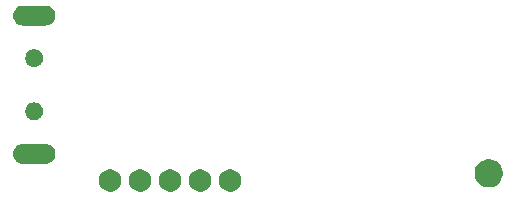
<source format=gbr>
G04 #@! TF.GenerationSoftware,KiCad,Pcbnew,(6.0.0-rc1-dev-479-g831c9b6f6-dirty)*
G04 #@! TF.CreationDate,2018-09-12T23:56:39+02:00*
G04 #@! TF.ProjectId,RapTorS,526170546F72532E6B696361645F7063,rev?*
G04 #@! TF.SameCoordinates,Original*
G04 #@! TF.FileFunction,Soldermask,Bot*
G04 #@! TF.FilePolarity,Negative*
%FSLAX46Y46*%
G04 Gerber Fmt 4.6, Leading zero omitted, Abs format (unit mm)*
G04 Created by KiCad (PCBNEW (6.0.0-rc1-dev-479-g831c9b6f6-dirty)) date 2018 September 12, Wednesday 23:56:39*
%MOMM*%
%LPD*%
G01*
G04 APERTURE LIST*
%ADD10C,0.100000*%
G04 APERTURE END LIST*
D10*
G36*
X158248651Y-107830527D02*
X158386305Y-107857908D01*
X158559194Y-107929521D01*
X158714790Y-108033487D01*
X158847113Y-108165810D01*
X158951079Y-108321406D01*
X159022692Y-108494295D01*
X159059200Y-108677833D01*
X159059200Y-108864967D01*
X159022692Y-109048505D01*
X158951079Y-109221394D01*
X158847113Y-109376990D01*
X158714790Y-109509313D01*
X158559194Y-109613279D01*
X158386305Y-109684892D01*
X158248651Y-109712273D01*
X158202768Y-109721400D01*
X158015632Y-109721400D01*
X157969749Y-109712273D01*
X157832095Y-109684892D01*
X157659206Y-109613279D01*
X157503610Y-109509313D01*
X157371287Y-109376990D01*
X157267321Y-109221394D01*
X157195708Y-109048505D01*
X157159200Y-108864967D01*
X157159200Y-108677833D01*
X157195708Y-108494295D01*
X157267321Y-108321406D01*
X157371287Y-108165810D01*
X157503610Y-108033487D01*
X157659206Y-107929521D01*
X157832095Y-107857908D01*
X157969749Y-107830527D01*
X158015632Y-107821400D01*
X158202768Y-107821400D01*
X158248651Y-107830527D01*
X158248651Y-107830527D01*
G37*
G36*
X155708651Y-107830527D02*
X155846305Y-107857908D01*
X156019194Y-107929521D01*
X156174790Y-108033487D01*
X156307113Y-108165810D01*
X156411079Y-108321406D01*
X156482692Y-108494295D01*
X156519200Y-108677833D01*
X156519200Y-108864967D01*
X156482692Y-109048505D01*
X156411079Y-109221394D01*
X156307113Y-109376990D01*
X156174790Y-109509313D01*
X156019194Y-109613279D01*
X155846305Y-109684892D01*
X155708651Y-109712273D01*
X155662768Y-109721400D01*
X155475632Y-109721400D01*
X155429749Y-109712273D01*
X155292095Y-109684892D01*
X155119206Y-109613279D01*
X154963610Y-109509313D01*
X154831287Y-109376990D01*
X154727321Y-109221394D01*
X154655708Y-109048505D01*
X154619200Y-108864967D01*
X154619200Y-108677833D01*
X154655708Y-108494295D01*
X154727321Y-108321406D01*
X154831287Y-108165810D01*
X154963610Y-108033487D01*
X155119206Y-107929521D01*
X155292095Y-107857908D01*
X155429749Y-107830527D01*
X155475632Y-107821400D01*
X155662768Y-107821400D01*
X155708651Y-107830527D01*
X155708651Y-107830527D01*
G37*
G36*
X153168651Y-107830527D02*
X153306305Y-107857908D01*
X153479194Y-107929521D01*
X153634790Y-108033487D01*
X153767113Y-108165810D01*
X153871079Y-108321406D01*
X153942692Y-108494295D01*
X153979200Y-108677833D01*
X153979200Y-108864967D01*
X153942692Y-109048505D01*
X153871079Y-109221394D01*
X153767113Y-109376990D01*
X153634790Y-109509313D01*
X153479194Y-109613279D01*
X153306305Y-109684892D01*
X153168651Y-109712273D01*
X153122768Y-109721400D01*
X152935632Y-109721400D01*
X152889749Y-109712273D01*
X152752095Y-109684892D01*
X152579206Y-109613279D01*
X152423610Y-109509313D01*
X152291287Y-109376990D01*
X152187321Y-109221394D01*
X152115708Y-109048505D01*
X152079200Y-108864967D01*
X152079200Y-108677833D01*
X152115708Y-108494295D01*
X152187321Y-108321406D01*
X152291287Y-108165810D01*
X152423610Y-108033487D01*
X152579206Y-107929521D01*
X152752095Y-107857908D01*
X152889749Y-107830527D01*
X152935632Y-107821400D01*
X153122768Y-107821400D01*
X153168651Y-107830527D01*
X153168651Y-107830527D01*
G37*
G36*
X150628651Y-107830527D02*
X150766305Y-107857908D01*
X150939194Y-107929521D01*
X151094790Y-108033487D01*
X151227113Y-108165810D01*
X151331079Y-108321406D01*
X151402692Y-108494295D01*
X151439200Y-108677833D01*
X151439200Y-108864967D01*
X151402692Y-109048505D01*
X151331079Y-109221394D01*
X151227113Y-109376990D01*
X151094790Y-109509313D01*
X150939194Y-109613279D01*
X150766305Y-109684892D01*
X150628651Y-109712273D01*
X150582768Y-109721400D01*
X150395632Y-109721400D01*
X150349749Y-109712273D01*
X150212095Y-109684892D01*
X150039206Y-109613279D01*
X149883610Y-109509313D01*
X149751287Y-109376990D01*
X149647321Y-109221394D01*
X149575708Y-109048505D01*
X149539200Y-108864967D01*
X149539200Y-108677833D01*
X149575708Y-108494295D01*
X149647321Y-108321406D01*
X149751287Y-108165810D01*
X149883610Y-108033487D01*
X150039206Y-107929521D01*
X150212095Y-107857908D01*
X150349749Y-107830527D01*
X150395632Y-107821400D01*
X150582768Y-107821400D01*
X150628651Y-107830527D01*
X150628651Y-107830527D01*
G37*
G36*
X148088651Y-107830527D02*
X148226305Y-107857908D01*
X148399194Y-107929521D01*
X148554790Y-108033487D01*
X148687113Y-108165810D01*
X148791079Y-108321406D01*
X148862692Y-108494295D01*
X148899200Y-108677833D01*
X148899200Y-108864967D01*
X148862692Y-109048505D01*
X148791079Y-109221394D01*
X148687113Y-109376990D01*
X148554790Y-109509313D01*
X148399194Y-109613279D01*
X148226305Y-109684892D01*
X148088651Y-109712273D01*
X148042768Y-109721400D01*
X147855632Y-109721400D01*
X147809749Y-109712273D01*
X147672095Y-109684892D01*
X147499206Y-109613279D01*
X147343610Y-109509313D01*
X147211287Y-109376990D01*
X147107321Y-109221394D01*
X147035708Y-109048505D01*
X146999200Y-108864967D01*
X146999200Y-108677833D01*
X147035708Y-108494295D01*
X147107321Y-108321406D01*
X147211287Y-108165810D01*
X147343610Y-108033487D01*
X147499206Y-107929521D01*
X147672095Y-107857908D01*
X147809749Y-107830527D01*
X147855632Y-107821400D01*
X148042768Y-107821400D01*
X148088651Y-107830527D01*
X148088651Y-107830527D01*
G37*
G36*
X180359826Y-106999315D02*
X180578212Y-107089773D01*
X180774758Y-107221101D01*
X180941899Y-107388242D01*
X181073227Y-107584788D01*
X181163685Y-107803174D01*
X181209800Y-108035009D01*
X181209800Y-108271391D01*
X181163685Y-108503226D01*
X181073227Y-108721612D01*
X180941899Y-108918158D01*
X180774758Y-109085299D01*
X180578212Y-109216627D01*
X180359826Y-109307085D01*
X180127991Y-109353200D01*
X179891609Y-109353200D01*
X179659774Y-109307085D01*
X179441388Y-109216627D01*
X179244842Y-109085299D01*
X179077701Y-108918158D01*
X178946373Y-108721612D01*
X178855915Y-108503226D01*
X178809800Y-108271391D01*
X178809800Y-108035009D01*
X178855915Y-107803174D01*
X178946373Y-107584788D01*
X179077701Y-107388242D01*
X179244842Y-107221101D01*
X179441388Y-107089773D01*
X179659774Y-106999315D01*
X179891609Y-106953200D01*
X180127991Y-106953200D01*
X180359826Y-106999315D01*
X180359826Y-106999315D01*
G37*
G36*
X142626027Y-105676932D02*
X142785481Y-105725301D01*
X142932435Y-105803850D01*
X143061241Y-105909558D01*
X143166949Y-106038364D01*
X143245498Y-106185318D01*
X143293867Y-106344772D01*
X143310200Y-106510599D01*
X143310200Y-106510601D01*
X143293867Y-106676428D01*
X143245498Y-106835882D01*
X143166949Y-106982836D01*
X143061241Y-107111642D01*
X142932435Y-107217350D01*
X142785481Y-107295899D01*
X142626027Y-107344268D01*
X142460200Y-107360601D01*
X140560200Y-107360601D01*
X140394373Y-107344268D01*
X140234919Y-107295899D01*
X140087965Y-107217350D01*
X139959159Y-107111642D01*
X139853451Y-106982836D01*
X139774902Y-106835882D01*
X139726533Y-106676428D01*
X139710200Y-106510601D01*
X139710200Y-106510599D01*
X139726533Y-106344772D01*
X139774902Y-106185318D01*
X139853451Y-106038364D01*
X139959159Y-105909558D01*
X140087965Y-105803850D01*
X140234919Y-105725301D01*
X140394373Y-105676932D01*
X140560200Y-105660599D01*
X142460200Y-105660599D01*
X142626027Y-105676932D01*
X142626027Y-105676932D01*
G37*
G36*
X141656518Y-102175011D02*
X141728967Y-102189422D01*
X141785503Y-102212840D01*
X141865457Y-102245958D01*
X141988300Y-102328039D01*
X142092761Y-102432500D01*
X142174842Y-102555343D01*
X142231378Y-102691834D01*
X142260200Y-102836730D01*
X142260200Y-102984470D01*
X142231378Y-103129366D01*
X142174842Y-103265857D01*
X142092761Y-103388700D01*
X141988300Y-103493161D01*
X141865457Y-103575242D01*
X141785503Y-103608360D01*
X141728967Y-103631778D01*
X141656518Y-103646189D01*
X141584070Y-103660600D01*
X141436330Y-103660600D01*
X141363882Y-103646189D01*
X141291433Y-103631778D01*
X141234897Y-103608360D01*
X141154943Y-103575242D01*
X141032100Y-103493161D01*
X140927639Y-103388700D01*
X140845558Y-103265857D01*
X140789022Y-103129366D01*
X140760200Y-102984470D01*
X140760200Y-102836730D01*
X140789022Y-102691834D01*
X140845558Y-102555343D01*
X140927639Y-102432500D01*
X141032100Y-102328039D01*
X141154943Y-102245958D01*
X141234897Y-102212840D01*
X141291433Y-102189422D01*
X141363882Y-102175011D01*
X141436330Y-102160600D01*
X141584070Y-102160600D01*
X141656518Y-102175011D01*
X141656518Y-102175011D01*
G37*
G36*
X141656518Y-97675011D02*
X141728967Y-97689422D01*
X141785503Y-97712840D01*
X141865457Y-97745958D01*
X141988300Y-97828039D01*
X142092761Y-97932500D01*
X142174842Y-98055343D01*
X142231378Y-98191834D01*
X142260200Y-98336730D01*
X142260200Y-98484470D01*
X142231378Y-98629366D01*
X142174842Y-98765857D01*
X142092761Y-98888700D01*
X141988300Y-98993161D01*
X141865457Y-99075242D01*
X141785503Y-99108360D01*
X141728967Y-99131778D01*
X141656518Y-99146189D01*
X141584070Y-99160600D01*
X141436330Y-99160600D01*
X141363882Y-99146189D01*
X141291433Y-99131778D01*
X141234897Y-99108360D01*
X141154943Y-99075242D01*
X141032100Y-98993161D01*
X140927639Y-98888700D01*
X140845558Y-98765857D01*
X140789022Y-98629366D01*
X140760200Y-98484470D01*
X140760200Y-98336730D01*
X140789022Y-98191834D01*
X140845558Y-98055343D01*
X140927639Y-97932500D01*
X141032100Y-97828039D01*
X141154943Y-97745958D01*
X141234897Y-97712840D01*
X141291433Y-97689422D01*
X141363882Y-97675011D01*
X141436330Y-97660600D01*
X141584070Y-97660600D01*
X141656518Y-97675011D01*
X141656518Y-97675011D01*
G37*
G36*
X142626027Y-93976932D02*
X142785481Y-94025301D01*
X142932435Y-94103850D01*
X143061241Y-94209558D01*
X143166949Y-94338364D01*
X143245498Y-94485318D01*
X143293867Y-94644772D01*
X143310200Y-94810599D01*
X143310200Y-94810601D01*
X143293867Y-94976428D01*
X143245498Y-95135882D01*
X143166949Y-95282836D01*
X143061241Y-95411642D01*
X142932435Y-95517350D01*
X142785481Y-95595899D01*
X142626027Y-95644268D01*
X142460200Y-95660601D01*
X140560200Y-95660601D01*
X140394373Y-95644268D01*
X140234919Y-95595899D01*
X140087965Y-95517350D01*
X139959159Y-95411642D01*
X139853451Y-95282836D01*
X139774902Y-95135882D01*
X139726533Y-94976428D01*
X139710200Y-94810601D01*
X139710200Y-94810599D01*
X139726533Y-94644772D01*
X139774902Y-94485318D01*
X139853451Y-94338364D01*
X139959159Y-94209558D01*
X140087965Y-94103850D01*
X140234919Y-94025301D01*
X140394373Y-93976932D01*
X140560200Y-93960599D01*
X142460200Y-93960599D01*
X142626027Y-93976932D01*
X142626027Y-93976932D01*
G37*
M02*

</source>
